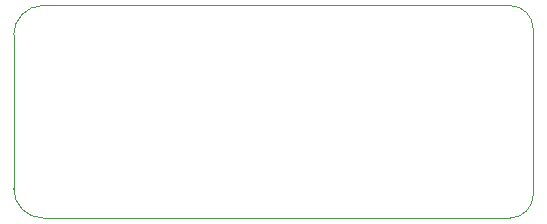
<source format=gbr>
%TF.GenerationSoftware,KiCad,Pcbnew,6.0.2*%
%TF.CreationDate,2022-03-12T22:23:20+01:00*%
%TF.ProjectId,batteryController,62617474-6572-4794-936f-6e74726f6c6c,rev?*%
%TF.SameCoordinates,Original*%
%TF.FileFunction,Profile,NP*%
%FSLAX46Y46*%
G04 Gerber Fmt 4.6, Leading zero omitted, Abs format (unit mm)*
G04 Created by KiCad (PCBNEW 6.0.2) date 2022-03-12 22:23:20*
%MOMM*%
%LPD*%
G01*
G04 APERTURE LIST*
%TA.AperFunction,Profile*%
%ADD10C,0.100000*%
%TD*%
G04 APERTURE END LIST*
D10*
X217000000Y-102000000D02*
G75*
G03*
X215000000Y-100000000I-1999999J1D01*
G01*
X175500000Y-100000000D02*
G75*
G03*
X173000000Y-102500000I0J-2500000D01*
G01*
X173000000Y-115500000D02*
X173000000Y-102500000D01*
X215000000Y-118000000D02*
G75*
G03*
X217000000Y-116000000I1J1999999D01*
G01*
X217000000Y-102000000D02*
X217000000Y-116000000D01*
X215000000Y-118000000D02*
X175500000Y-118000000D01*
X175500000Y-100000000D02*
X215000000Y-100000000D01*
X173000000Y-115500000D02*
G75*
G03*
X175500000Y-118000000I2500000J0D01*
G01*
M02*

</source>
